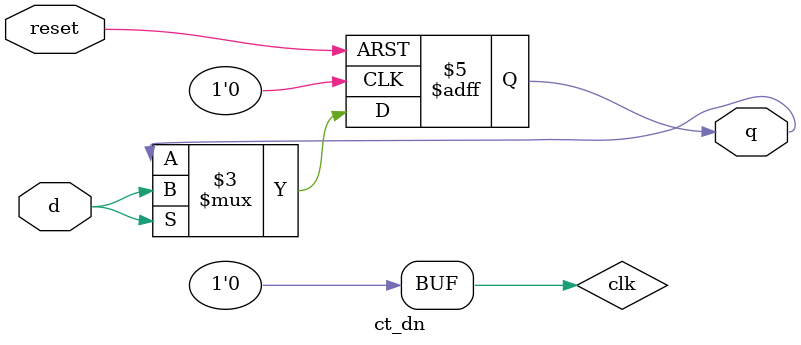
<source format=sv>
module ct_dn(
		input logic reset, d,
		output logic q);
	
	logic clk; 
	always begin
		clk = 1; #5; 
		clk = 0; #5;
	end

	always_ff @ (posedge clk, posedge reset)
	if (reset)
		q<=1'b0;
	else if (d)
		q<=d;
endmodule
	

</source>
